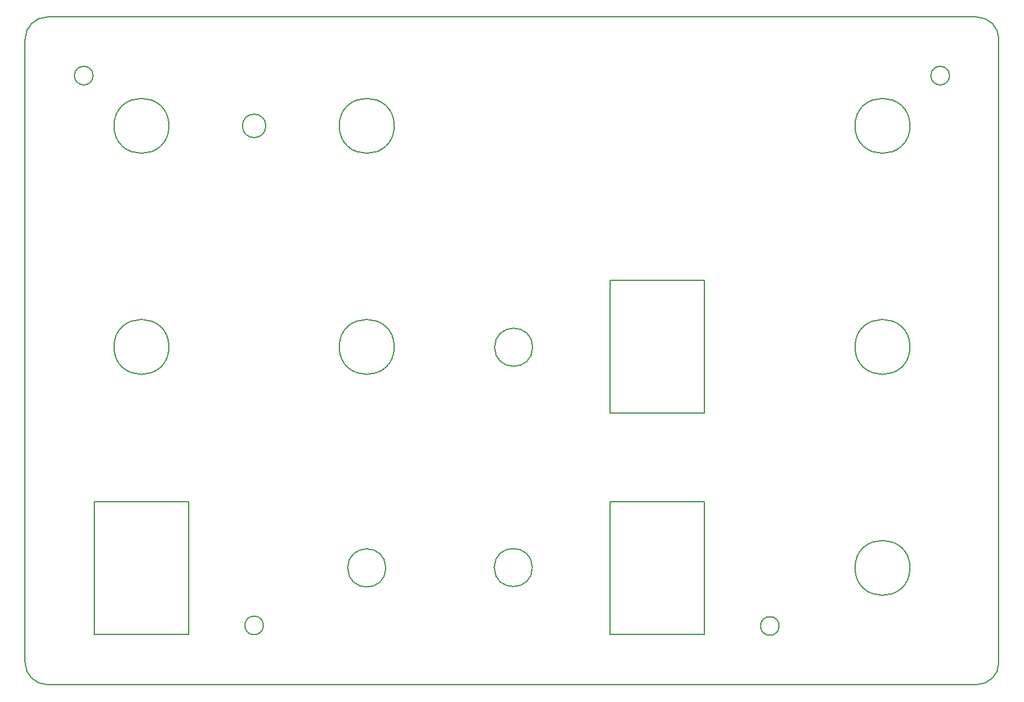
<source format=gbr>
%TF.GenerationSoftware,KiCad,Pcbnew,(6.0.7)*%
%TF.CreationDate,2023-11-07T16:40:30+11:00*%
%TF.ProjectId,Ekoplasm Kicad,456b6f70-6c61-4736-9d20-4b696361642e,rev?*%
%TF.SameCoordinates,Original*%
%TF.FileFunction,Profile,NP*%
%FSLAX46Y46*%
G04 Gerber Fmt 4.6, Leading zero omitted, Abs format (unit mm)*
G04 Created by KiCad (PCBNEW (6.0.7)) date 2023-11-07 16:40:30*
%MOMM*%
%LPD*%
G01*
G04 APERTURE LIST*
%TA.AperFunction,Profile*%
%ADD10C,0.200000*%
%TD*%
G04 APERTURE END LIST*
D10*
X245926000Y-168992000D02*
G75*
G03*
X242926000Y-171992000I1J-3000001D01*
G01*
X242926000Y-257125200D02*
X242926000Y-171992000D01*
X242926000Y-257125200D02*
G75*
G03*
X245926000Y-260125200I3000001J1D01*
G01*
X372766000Y-260125200D02*
X245926000Y-260125200D01*
X372766000Y-260125200D02*
G75*
G03*
X375766000Y-257125200I0J3000000D01*
G01*
X375766000Y-171992000D02*
X375766000Y-257125200D01*
X375766000Y-171992000D02*
G75*
G03*
X372766000Y-168992000I-3000000J0D01*
G01*
X245926000Y-168992000D02*
X372766000Y-168992000D01*
X265225000Y-235150400D02*
X265225000Y-253250400D01*
X252375000Y-235150400D02*
X265225000Y-235150400D01*
X252375000Y-253250400D02*
X252375000Y-235150400D01*
X265225000Y-253250400D02*
X252375000Y-253250400D01*
X335583000Y-204975200D02*
X335583000Y-223075200D01*
X322733000Y-204975200D02*
X335583000Y-204975200D01*
X322733000Y-223075200D02*
X322733000Y-204975200D01*
X335583000Y-223075200D02*
X322733000Y-223075200D01*
X335583000Y-235150400D02*
X335583000Y-253250400D01*
X322733000Y-235150400D02*
X335583000Y-235150400D01*
X322733000Y-253250400D02*
X322733000Y-235150400D01*
X335583000Y-253250400D02*
X322733000Y-253250400D01*
X363642000Y-244200400D02*
G75*
G03*
X363642000Y-244200400I-3750000J0D01*
G01*
X363642000Y-214025200D02*
G75*
G03*
X363642000Y-214025200I-3750000J0D01*
G01*
X363642000Y-183850000D02*
G75*
G03*
X363642000Y-183850000I-3750000J0D01*
G01*
X292134000Y-244200400D02*
G75*
G03*
X292134000Y-244200400I-2600000J0D01*
G01*
X312123800Y-244149600D02*
G75*
G03*
X312123800Y-244149600I-2600000J0D01*
G01*
X312174600Y-214076000D02*
G75*
G03*
X312174600Y-214076000I-2600000J0D01*
G01*
X275767000Y-183850000D02*
G75*
G03*
X275767000Y-183850000I-1600000J0D01*
G01*
X293284000Y-214025200D02*
G75*
G03*
X293284000Y-214025200I-3750000J0D01*
G01*
X262550000Y-214025200D02*
G75*
G03*
X262550000Y-214025200I-3750000J0D01*
G01*
X293284000Y-183850000D02*
G75*
G03*
X293284000Y-183850000I-3750000J0D01*
G01*
X262550000Y-183850000D02*
G75*
G03*
X262550000Y-183850000I-3750000J0D01*
G01*
X275437000Y-252049000D02*
G75*
G03*
X275437000Y-252049000I-1270000J0D01*
G01*
X345795000Y-252125200D02*
G75*
G03*
X345795000Y-252125200I-1270000J0D01*
G01*
X252196000Y-176992000D02*
G75*
G03*
X252196000Y-176992000I-1270000J0D01*
G01*
X369036000Y-176992000D02*
G75*
G03*
X369036000Y-176992000I-1270000J0D01*
G01*
M02*

</source>
